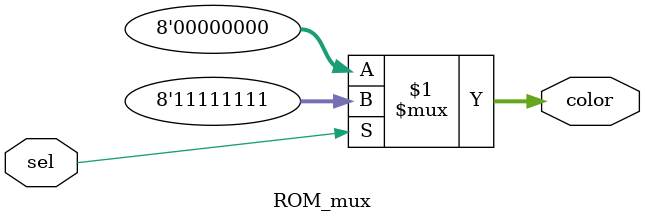
<source format=v>
`timescale 1ns / 1ps

/*
	Mux that chooses from upper part of DO to lower part of DO based on counter for box_time
	sel needs to be driven from 0 - 1 when we are halfway through the box_time display area
	sel is driven by box_time_half
*/

module ROM_mux
(
	input sel,
	output [7:0] color
);

assign color = sel ? 8'd255 : 8'd0;

endmodule

</source>
